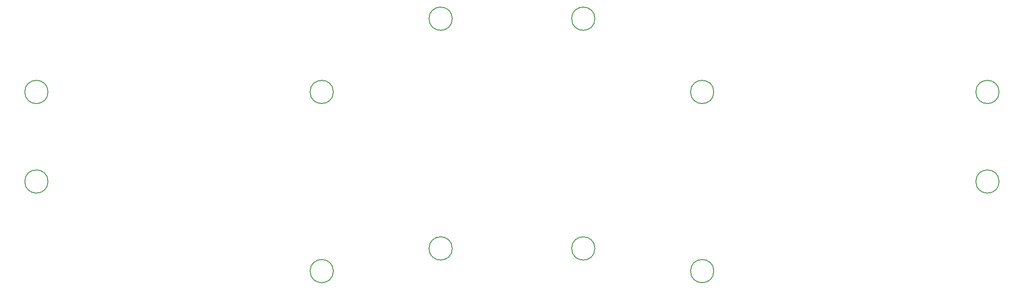
<source format=gbr>
%TF.GenerationSoftware,KiCad,Pcbnew,7.0.1*%
%TF.CreationDate,2023-04-11T18:30:42-04:00*%
%TF.ProjectId,kurp,6b757270-2e6b-4696-9361-645f70636258,v1.0.0*%
%TF.SameCoordinates,Original*%
%TF.FileFunction,Other,Comment*%
%FSLAX46Y46*%
G04 Gerber Fmt 4.6, Leading zero omitted, Abs format (unit mm)*
G04 Created by KiCad (PCBNEW 7.0.1) date 2023-04-11 18:30:42*
%MOMM*%
%LPD*%
G01*
G04 APERTURE LIST*
%ADD10C,0.150000*%
G04 APERTURE END LIST*
D10*
%TO.C,H10*%
X155200000Y25500000D02*
G75*
G03*
X155200000Y25500000I-2200000J0D01*
G01*
%TO.C,H9*%
X83200000Y25500000D02*
G75*
G03*
X83200000Y25500000I-2200000J0D01*
G01*
%TO.C,H11*%
X83200000Y-8500000D02*
G75*
G03*
X83200000Y-8500000I-2200000J0D01*
G01*
%TO.C,H3*%
X29200000Y8500000D02*
G75*
G03*
X29200000Y8500000I-2200000J0D01*
G01*
%TO.C,H12*%
X155200000Y-8500000D02*
G75*
G03*
X155200000Y-8500000I-2200000J0D01*
G01*
%TO.C,H7*%
X105700000Y-4200000D02*
G75*
G03*
X105700000Y-4200000I-2200000J0D01*
G01*
%TO.C,H5*%
X105700000Y39400000D02*
G75*
G03*
X105700000Y39400000I-2200000J0D01*
G01*
%TO.C,H1*%
X29200000Y25500000D02*
G75*
G03*
X29200000Y25500000I-2200000J0D01*
G01*
%TO.C,H4*%
X209200000Y8500000D02*
G75*
G03*
X209200000Y8500000I-2200000J0D01*
G01*
%TO.C,H2*%
X209200000Y25500000D02*
G75*
G03*
X209200000Y25500000I-2200000J0D01*
G01*
%TO.C,H8*%
X132700000Y-4200000D02*
G75*
G03*
X132700000Y-4200000I-2200000J0D01*
G01*
%TO.C,H6*%
X132700000Y39400000D02*
G75*
G03*
X132700000Y39400000I-2200000J0D01*
G01*
%TD*%
M02*

</source>
